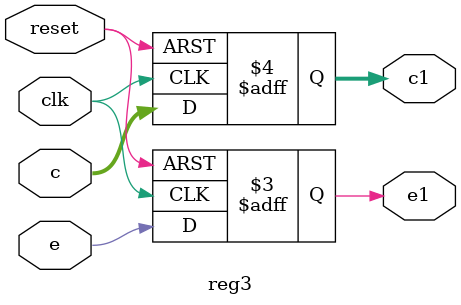
<source format=v>
module reg3 (c,e,clk,reset,c1,e1);
input e,clk,reset;
input [31:0]c;
output reg e1;
output reg [31:0]c1;

always@ (posedge clk or negedge reset)
begin
		if (!reset)
		begin
				e1 <= 0;
				c1 <= 0;
				//norm1 <= 0;
		end
		
	else
		begin
				e1 <= e;
				c1 <= c;

		end
end
endmodule

</source>
